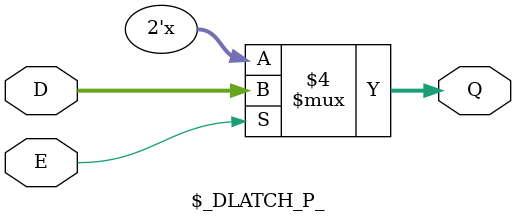
<source format=v>
 
 `timescale 1 ns / 1ns
 
 module bufg #(parameter tphl = 0, tplh = 0)
     (out,in);               
 input in;
 output out;
  
	bufif1 #(tplh, tphl) inst(out, in, 1'b1);
    
 endmodule

 /////////////////////////////////////////////////////////////////////////////////////
 //    Not
 /////////////////////////////////////////////////////////////////////////////////////
 
 `timescale 1 ns / 1ns
 
 module notg #(parameter tphl = 1, tplh = 1)
     (out,in);             
 input in;
 output out;
  
	not #(tplh, tphl) inst (out, in);
    
 endmodule

 /////////////////////////////////////////////////////////////////////////////////////
 //    And: Parametrized on the number of inputs      
 /////////////////////////////////////////////////////////////////////////////////////
 
 `timescale 1 ns / 1ns
 
module and_n
    #(parameter n = 2, tphl = 1, tplh = 1)
    (out,in);           
input [n-1:0] in;
output out;
wire [n-2:0] mwire;

genvar i;

	and and_0 (mwire [0], in [0], in [1]);

  generate
    for (i=1; i <= n-2; i=i+1) begin : AND_N
       and inst (mwire [i], mwire [i-1], in [i+1]);
    end
  endgenerate
	bufif1 #(tplh, tphl) inst(out, mwire [n-2], 1'b1);	
	
endmodule

/////////////////////////////////////////////////////////////////////////////////////
//    Or: Parametrized on the number of inputs       
/////////////////////////////////////////////////////////////////////////////////////

`timescale 1 ns / 1ns
 
module or_n
    #(parameter n = 2, tphl = 1, tplh = 1)
    (out,in);             
input [n-1:0] in;
output out;
wire [n-2:0] mwire;

genvar i;

	or or_0 (mwire [0], in [0], in [1]);

  generate
    for (i=1; i <= n-2; i=i+1) begin : OR_N
       or inst (mwire [i], mwire [i-1], in [i+1]);
    end
  endgenerate
	bufif1 #(tplh, tphl) inst(out, mwire [n-2], 1'b1);	
   
endmodule

/////////////////////////////////////////////////////////////////////////////////////
//    Nand: Parametrized on the number of inputs       
/////////////////////////////////////////////////////////////////////////////////////

`timescale 1 ns / 1ns
 
module nand_n
    #(parameter n = 2, tphl = 1, tplh = 1)
    (out,in);               
input [n-1:0] in;
output out;
wire [n-2:0] mwire;

genvar i;

	and and_0 (mwire [0], in [0], in [1]);

  generate
    for (i=1; i <= n-2; i=i+1) begin : NAND_N
       and inst (mwire [i], mwire [i-1], in [i+1]);
    end
  endgenerate
	not #(tplh, tphl) inst(out, mwire [n-2]);	

endmodule

/////////////////////////////////////////////////////////////////////////////////////
//    Nor: Parametrized on the number of inputs       
/////////////////////////////////////////////////////////////////////////////////////

`timescale 1 ns / 1ns
 
module nor_n
    #(parameter n = 2, tphl = 1, tplh = 1)
    (out,in);              
input [n-1:0] in;
output out;
wire [n-2:0] mwire;

genvar i;

	or nor_0 (mwire [0], in [0], in [1]);

  generate
    for (i=1; i <= n-2; i=i+1) begin : NOR_N
       or inst (mwire [i], mwire [i-1], in [i+1]);
    end
  endgenerate
	not #(tplh, tphl) inst(out, mwire [n-2]);	
      
endmodule

/////////////////////////////////////////////////////////////////////////////////////
//    Xor: Parametrized on the number of inputs       
/////////////////////////////////////////////////////////////////////////////////////

`timescale 1 ns / 1ns
 
module xor_n
    #(parameter n = 2, tphl = 1, tplh = 1)
    (out,in);              
input [n-1:0] in;
output out;
wire [n-2:0] mwire;

genvar i;

	xor xor_0 (mwire [0], in [0], in [1]);

  generate
    for (i=1; i <= n-2; i=i+1) begin : XOR_N
       xor inst (mwire [i], mwire [i-1], in [i+1]);
    end
  endgenerate
	bufif1 #(tplh, tphl) inst(out, mwire [n-2], 1'b1);	
   
endmodule

/////////////////////////////////////////////////////////////////////////////////////
//    Xnor: Parametrized on the number of inputs       
/////////////////////////////////////////////////////////////////////////////////////

`timescale 1 ns / 1ns
 
module xnor_n
    #(parameter n = 2, tphl = 1, tplh = 1)
    (out,in);              
input [n-1:0] in;
output out;
wire [n-2:0] mwire;

genvar i;

	xor xnor_0 (mwire [0], in [0], in [1]);

  generate
    for (i=1; i <= n-2; i=i+1) begin : XNOR_N
       xor inst (mwire [i], mwire [i-1], in [i+1]);
    end
  endgenerate
	not #(tplh, tphl) inst(out, mwire [n-2]);	
    
endmodule

/////////////////////////////////////////////////////////////////////////////////////
//    Fan_Out: Parametrized on the number of inputs       
/////////////////////////////////////////////////////////////////////////////////////

`timescale 1 ns / 1ns
 
module fanout_n
    #(parameter n = 2,tphl = 3, tplh = 5)
    (in, out);
input in;
output [n-1 :0] out;
genvar i;

  generate
    for (i=0; i < n; i=i+1) begin : fanout
       bufif1 #(tplh, tphl) inst (out [i], in, 1'b1);
    end
  endgenerate		
   
endmodule

/////////////////////////////////////////////////////////////////////////////////////
//    Primary Input      
/////////////////////////////////////////////////////////////////////////////////////

`timescale 1 ns / 1ns
 
module pin #(parameter n = 1)
    (in, out);
input [n-1:0] in;
output [n-1:0] out;

genvar i;

  generate
    for (i=0; i < n; i=i+1) begin : PI
       bufif1 inst (out [i], in[i], 1'b1);
    end
  endgenerate

endmodule

/////////////////////////////////////////////////////////////////////////////////////
//    Primary Output      
/////////////////////////////////////////////////////////////////////////////////////

`timescale 1 ns / 1ns
 
module pout #(parameter n = 1)
    (in, out);
input [n-1:0] in;
output [n-1:0] out;

genvar i;

  generate
    for (i=0; i < n; i=i+1) begin : PO
       bufif1 inst (out [i], in[i], 1'b1);
    end
  endgenerate
   
endmodule

/////////////////////////////////////////////////////////////////////////////////////
//    D Flip Flop 
/////////////////////////////////////////////////////////////////////////////////////
module dff 
#(parameter tphl = 0, tplh = 0)
(Q, D, C, CLR, PRE, CE, NbarT, Si, global_reset); 

input D, C, CLR, PRE, CE, NbarT, Si, global_reset; 
output reg Q; 
reg val; 


always @(posedge C or posedge PRE or posedge CLR or posedge global_reset) begin
	if(CLR || global_reset)
		val = 1'b0;
	else	if(PRE)
		val = 1'b1;
	else	if(NbarT)
		val = Si; 
	else	if(CE)	val = D; 
end
   
always@(posedge val) #tplh Q =  val;
always@(negedge val) #tphl Q =  val;    
endmodule

/////////////////////////////////////////////////////////////////////////////////////
//    latch
/////////////////////////////////////////////////////////////////////////////////////


module \$_DLATCH_P_ (E, D, Q);

parameter WIDTH = 0;
parameter E_POLARITY = 1'b1;

input E;
input [WIDTH-1:0] D;
output reg [WIDTH-1:0] Q;

always @* begin
        if (E == E_POLARITY)
                Q = D;
end

endmodule
</source>
